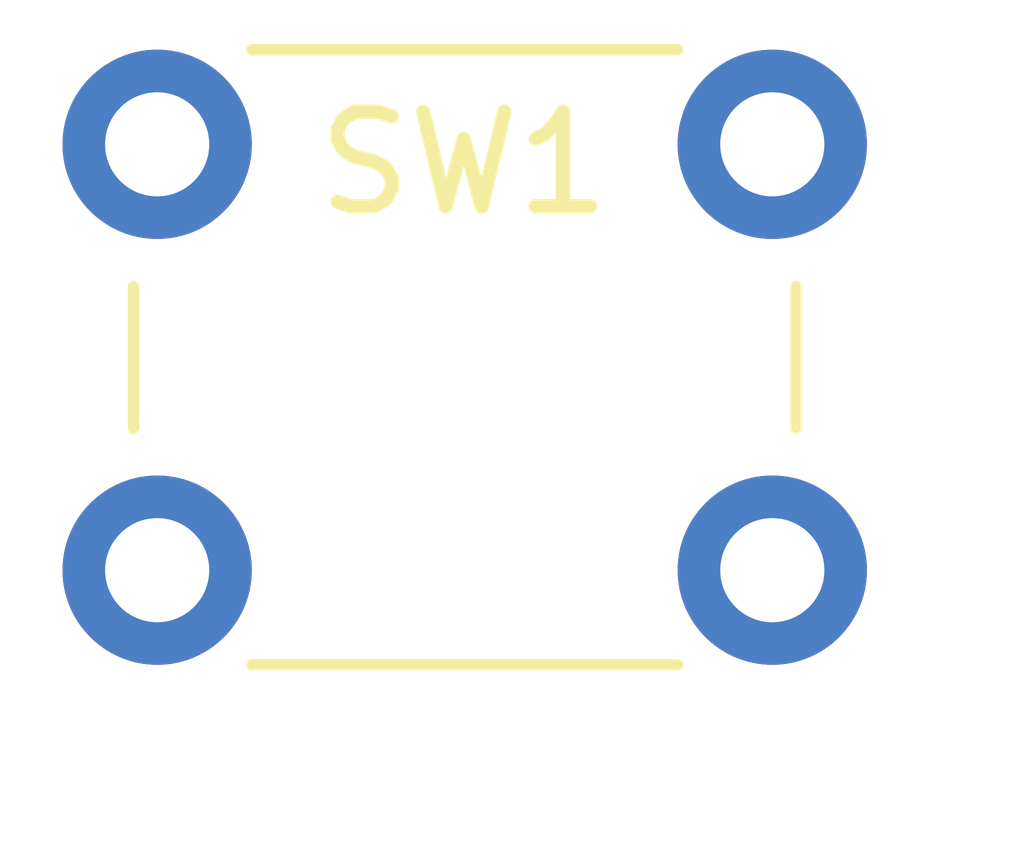
<source format=kicad_pcb>
(kicad_pcb (version 20211014) (generator pcbnew)
  (layers (0 "F.Cu" signal) (31 "B.Cu" signal) (34 "B.Paste" user) (35 "F.Paste" user) (36 "B.SilkS" user "B.Silkscreen") (37 "F.SilkS" user "F.Silkscreen") (38 "B.Mask" user) (39 "F.Mask" user) (44 "Edge.Cuts" user))
  (net 0 "")
  (net 1 "+3V3")
  (net 2 "Pin0")
  (footprint "Button_Switch_THT:SW_PUSH_6mm_H7.3mm" (layer "F.Cu") (at -3.25 -2.25)
    (fp_text reference "SW1" (at 3.24 0.2) (layer "F.SilkS"))
    (fp_text value "SW_Push_Dual")
    (fp_line (start 6.75 3) (end 6.75 1.5) (layer "F.SilkS") (width 0.12))
    (fp_line (start -0.25 1.5) (end -0.25 3) (layer "F.SilkS") (width 0.12))
    (fp_line (start 1 5.5) (end 5.5 5.5) (layer "F.SilkS") (width 0.12))
    (fp_line (start 5.5 -1) (end 1 -1) (layer "F.SilkS") (width 0.12))
    (pad "1" thru_hole circle locked (at 0 0 90) (size 2 2) (drill 1.1) (layers *.Cu *.Mask) (net 1 "+3V3"))
    (pad "1" thru_hole circle locked (at 6.5 0 90) (size 2 2) (drill 1.1) (layers *.Cu *.Mask) (net 1 "+3V3"))
    (pad "2" thru_hole circle locked (at 6.5 4.5 90) (size 2 2) (drill 1.1) (layers *.Cu *.Mask) (net 2 "Pin0"))
    (pad "2" thru_hole circle locked (at 0 4.5 90) (size 2 2) (drill 1.1) (layers *.Cu *.Mask) (net 2 "Pin0"))
  )
)
</source>
